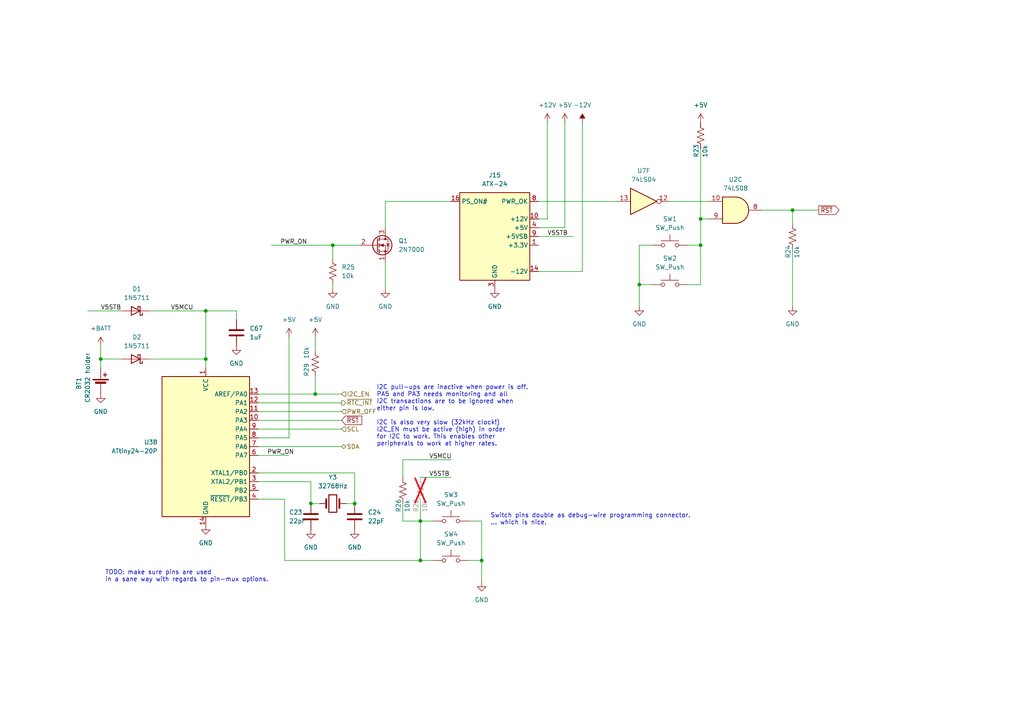
<source format=kicad_sch>
(kicad_sch (version 20230121) (generator eeschema)
  (paper "A4")
  (lib_symbols
    (symbol "74xx:74LS04"
      (property "Reference" "U" (at 0 1.27 0))
      (property "Value" "74LS04" (at 0 -1.27 0))
      (symbol "74LS04_1_0"
        (polyline (pts (xy -3.81 3.81) (xy -3.81 -3.81) (xy 3.81 0) (xy -3.81 3.81)) (stroke (width 0.254)) (fill (type background)))
        (pin input line (at -7.62 0 0) (length 3.81) (name "~") (number "1"))
        (pin output inverted (at 7.62 0 180) (length 3.81) (name "~") (number "2"))
      )
      (symbol "74LS04_2_0"
        (polyline (pts (xy -3.81 3.81) (xy -3.81 -3.81) (xy 3.81 0) (xy -3.81 3.81)) (stroke (width 0.254)) (fill (type background)))
        (pin input line (at -7.62 0 0) (length 3.81) (name "~") (number "3"))
        (pin output inverted (at 7.62 0 180) (length 3.81) (name "~") (number "4"))
      )
      (symbol "74LS04_3_0"
        (polyline (pts (xy -3.81 3.81) (xy -3.81 -3.81) (xy 3.81 0) (xy -3.81 3.81)) (stroke (width 0.254)) (fill (type background)))
        (pin input line (at -7.62 0 0) (length 3.81) (name "~") (number "5"))
        (pin output inverted (at 7.62 0 180) (length 3.81) (name "~") (number "6"))
      )
      (symbol "74LS04_4_0"
        (polyline (pts (xy -3.81 3.81) (xy -3.81 -3.81) (xy 3.81 0) (xy -3.81 3.81)) (stroke (width 0.254)) (fill (type background)))
        (pin output inverted (at 7.62 0 180) (length 3.81) (name "~") (number "8"))
        (pin input line (at -7.62 0 0) (length 3.81) (name "~") (number "9"))
      )
      (symbol "74LS04_5_0"
        (polyline (pts (xy -3.81 3.81) (xy -3.81 -3.81) (xy 3.81 0) (xy -3.81 3.81)) (stroke (width 0.254)) (fill (type background)))
        (pin output inverted (at 7.62 0 180) (length 3.81) (name "~") (number "10"))
        (pin input line (at -7.62 0 0) (length 3.81) (name "~") (number "11"))
      )
      (symbol "74LS04_6_0"
        (polyline (pts (xy -3.81 3.81) (xy -3.81 -3.81) (xy 3.81 0) (xy -3.81 3.81)) (stroke (width 0.254)) (fill (type background)))
        (pin output inverted (at 7.62 0 180) (length 3.81) (name "~") (number "12"))
        (pin input line (at -7.62 0 0) (length 3.81) (name "~") (number "13"))
      )
      (symbol "74LS04_7_0"
        (pin power_in line (at 0 12.7 270) (length 5.08) (name "VCC") (number "14"))
        (pin power_in line (at 0 -12.7 90) (length 5.08) (name "GND") (number "7"))
      )
      (symbol "74LS04_7_1"
        (rectangle (start -5.08 7.62) (end 5.08 -7.62) (stroke (width 0.254)) (fill (type background)))
      )
    )
    (symbol "74xx:74LS08" (pin_names (offset 1.016))
      (property "Reference" "U" (at 0 1.27 0))
      (property "Value" "74LS08" (at 0 -1.27 0))
      (symbol "74LS08_1_1"
        (arc (start 0 -3.81) (mid 3.7934 0) (end 0 3.81) (stroke (width 0.254)) (fill (type background)))
        (polyline (pts (xy 0 3.81) (xy -3.81 3.81) (xy -3.81 -3.81) (xy 0 -3.81)) (stroke (width 0.254)) (fill (type background)))
        (pin input line (at -7.62 2.54 0) (length 3.81) (name "~") (number "1"))
        (pin input line (at -7.62 -2.54 0) (length 3.81) (name "~") (number "2"))
        (pin output line (at 7.62 0 180) (length 3.81) (name "~") (number "3"))
      )
      (symbol "74LS08_1_2"
        (arc (start -3.81 -3.81) (mid -2.589 0) (end -3.81 3.81) (stroke (width 0.254)))
        (arc (start -0.6096 -3.81) (mid 2.1842 -2.5851) (end 3.81 0) (stroke (width 0.254)) (fill (type background)))
        (polyline (pts (xy -3.81 -3.81) (xy -0.635 -3.81)) (stroke (width 0.254)) (fill (type background)))
        (polyline (pts (xy -3.81 3.81) (xy -0.635 3.81)) (stroke (width 0.254)) (fill (type background)))
        (polyline (pts (xy -0.635 3.81) (xy -3.81 3.81) (xy -3.81 3.81) (xy -3.556 3.4036) (xy -3.0226 2.2606) (xy -2.6924 1.0414) (xy -2.6162 -0.254) (xy -2.7686 -1.4986) (xy -3.175 -2.7178) (xy -3.81 -3.81) (xy -3.81 -3.81) (xy -0.635 -3.81)) (stroke (width -25.4)) (fill (type background)))
        (arc (start 3.81 0) (mid 2.1915 2.5936) (end -0.6096 3.81) (stroke (width 0.254)) (fill (type background)))
        (pin input inverted (at -7.62 2.54 0) (length 4.318) (name "~") (number "1"))
        (pin input inverted (at -7.62 -2.54 0) (length 4.318) (name "~") (number "2"))
        (pin output inverted (at 7.62 0 180) (length 3.81) (name "~") (number "3"))
      )
      (symbol "74LS08_2_1"
        (arc (start 0 -3.81) (mid 3.7934 0) (end 0 3.81) (stroke (width 0.254)) (fill (type background)))
        (polyline (pts (xy 0 3.81) (xy -3.81 3.81) (xy -3.81 -3.81) (xy 0 -3.81)) (stroke (width 0.254)) (fill (type background)))
        (pin input line (at -7.62 2.54 0) (length 3.81) (name "~") (number "4"))
        (pin input line (at -7.62 -2.54 0) (length 3.81) (name "~") (number "5"))
        (pin output line (at 7.62 0 180) (length 3.81) (name "~") (number "6"))
      )
      (symbol "74LS08_2_2"
        (arc (start -3.81 -3.81) (mid -2.589 0) (end -3.81 3.81) (stroke (width 0.254)))
        (arc (start -0.6096 -3.81) (mid 2.1842 -2.5851) (end 3.81 0) (stroke (width 0.254)) (fill (type background)))
        (polyline (pts (xy -3.81 -3.81) (xy -0.635 -3.81)) (stroke (width 0.254)) (fill (type background)))
        (polyline (pts (xy -3.81 3.81) (xy -0.635 3.81)) (stroke (width 0.254)) (fill (type background)))
        (polyline (pts (xy -0.635 3.81) (xy -3.81 3.81) (xy -3.81 3.81) (xy -3.556 3.4036) (xy -3.0226 2.2606) (xy -2.6924 1.0414) (xy -2.6162 -0.254) (xy -2.7686 -1.4986) (xy -3.175 -2.7178) (xy -3.81 -3.81) (xy -3.81 -3.81) (xy -0.635 -3.81)) (stroke (width -25.4)) (fill (type background)))
        (arc (start 3.81 0) (mid 2.1915 2.5936) (end -0.6096 3.81) (stroke (width 0.254)) (fill (type background)))
        (pin input inverted (at -7.62 2.54 0) (length 4.318) (name "~") (number "4"))
        (pin input inverted (at -7.62 -2.54 0) (length 4.318) (name "~") (number "5"))
        (pin output inverted (at 7.62 0 180) (length 3.81) (name "~") (number "6"))
      )
      (symbol "74LS08_3_1"
        (arc (start 0 -3.81) (mid 3.7934 0) (end 0 3.81) (stroke (width 0.254)) (fill (type background)))
        (polyline (pts (xy 0 3.81) (xy -3.81 3.81) (xy -3.81 -3.81) (xy 0 -3.81)) (stroke (width 0.254)) (fill (type background)))
        (pin input line (at -7.62 -2.54 0) (length 3.81) (name "~") (number "10"))
        (pin output line (at 7.62 0 180) (length 3.81) (name "~") (number "8"))
        (pin input line (at -7.62 2.54 0) (length 3.81) (name "~") (number "9"))
      )
      (symbol "74LS08_3_2"
        (arc (start -3.81 -3.81) (mid -2.589 0) (end -3.81 3.81) (stroke (width 0.254)))
        (arc (start -0.6096 -3.81) (mid 2.1842 -2.5851) (end 3.81 0) (stroke (width 0.254)) (fill (type background)))
        (polyline (pts (xy -3.81 -3.81) (xy -0.635 -3.81)) (stroke (width 0.254)) (fill (type background)))
        (polyline (pts (xy -3.81 3.81) (xy -0.635 3.81)) (stroke (width 0.254)) (fill (type background)))
        (polyline (pts (xy -0.635 3.81) (xy -3.81 3.81) (xy -3.81 3.81) (xy -3.556 3.4036) (xy -3.0226 2.2606) (xy -2.6924 1.0414) (xy -2.6162 -0.254) (xy -2.7686 -1.4986) (xy -3.175 -2.7178) (xy -3.81 -3.81) (xy -3.81 -3.81) (xy -0.635 -3.81)) (stroke (width -25.4)) (fill (type background)))
        (arc (start 3.81 0) (mid 2.1915 2.5936) (end -0.6096 3.81) (stroke (width 0.254)) (fill (type background)))
        (pin input inverted (at -7.62 -2.54 0) (length 4.318) (name "~") (number "10"))
        (pin output inverted (at 7.62 0 180) (length 3.81) (name "~") (number "8"))
        (pin input inverted (at -7.62 2.54 0) (length 4.318) (name "~") (number "9"))
      )
      (symbol "74LS08_4_1"
        (arc (start 0 -3.81) (mid 3.7934 0) (end 0 3.81) (stroke (width 0.254)) (fill (type background)))
        (polyline (pts (xy 0 3.81) (xy -3.81 3.81) (xy -3.81 -3.81) (xy 0 -3.81)) (stroke (width 0.254)) (fill (type background)))
        (pin output line (at 7.62 0 180) (length 3.81) (name "~") (number "11"))
        (pin input line (at -7.62 2.54 0) (length 3.81) (name "~") (number "12"))
        (pin input line (at -7.62 -2.54 0) (length 3.81) (name "~") (number "13"))
      )
      (symbol "74LS08_4_2"
        (arc (start -3.81 -3.81) (mid -2.589 0) (end -3.81 3.81) (stroke (width 0.254)))
        (arc (start -0.6096 -3.81) (mid 2.1842 -2.5851) (end 3.81 0) (stroke (width 0.254)) (fill (type background)))
        (polyline (pts (xy -3.81 -3.81) (xy -0.635 -3.81)) (stroke (width 0.254)) (fill (type background)))
        (polyline (pts (xy -3.81 3.81) (xy -0.635 3.81)) (stroke (width 0.254)) (fill (type background)))
        (polyline (pts (xy -0.635 3.81) (xy -3.81 3.81) (xy -3.81 3.81) (xy -3.556 3.4036) (xy -3.0226 2.2606) (xy -2.6924 1.0414) (xy -2.6162 -0.254) (xy -2.7686 -1.4986) (xy -3.175 -2.7178) (xy -3.81 -3.81) (xy -3.81 -3.81) (xy -0.635 -3.81)) (stroke (width -25.4)) (fill (type background)))
        (arc (start 3.81 0) (mid 2.1915 2.5936) (end -0.6096 3.81) (stroke (width 0.254)) (fill (type background)))
        (pin output inverted (at 7.62 0 180) (length 3.81) (name "~") (number "11"))
        (pin input inverted (at -7.62 2.54 0) (length 4.318) (name "~") (number "12"))
        (pin input inverted (at -7.62 -2.54 0) (length 4.318) (name "~") (number "13"))
      )
      (symbol "74LS08_5_0"
        (pin power_in line (at 0 12.7 270) (length 5.08) (name "VCC") (number "14"))
        (pin power_in line (at 0 -12.7 90) (length 5.08) (name "GND") (number "7"))
      )
      (symbol "74LS08_5_1"
        (rectangle (start -5.08 7.62) (end 5.08 -7.62) (stroke (width 0.254)) (fill (type background)))
      )
    )
    (symbol "Connector:ATX-24"
      (property "Reference" "J" (at -8.89 13.97 0))
      (property "Value" "ATX-24" (at 6.35 13.97 0))
      (symbol "ATX-24_0_1"
        (rectangle (start -10.16 12.7) (end 10.16 -12.7) (stroke (width 0.254)) (fill (type background)))
      )
      (symbol "ATX-24_1_1"
        (pin power_out line (at 12.7 -2.54 180) (length 2.54) (name "+3.3V") (number "1"))
        (pin power_out line (at 12.7 5.08 180) (length 2.54) (name "+12V") (number "10"))
        (pin passive line (at 12.7 5.08 180) (length 2.54) hide (name "+12V") (number "11"))
        (pin passive line (at 12.7 -2.54 180) (length 2.54) hide (name "+3.3V") (number "12"))
        (pin passive line (at 12.7 -2.54 180) (length 2.54) hide (name "+3.3V") (number "13"))
        (pin power_out line (at 12.7 -10.16 180) (length 2.54) (name "-12V") (number "14"))
        (pin passive line (at 0 -15.24 90) (length 2.54) hide (name "GND") (number "15"))
        (pin open_collector line (at -12.7 10.16 0) (length 2.54) (name "PS_ON#") (number "16"))
        (pin passive line (at 0 -15.24 90) (length 2.54) hide (name "GND") (number "17"))
        (pin passive line (at 0 -15.24 90) (length 2.54) hide (name "GND") (number "18"))
        (pin passive line (at 0 -15.24 90) (length 2.54) hide (name "GND") (number "19"))
        (pin passive line (at 12.7 -2.54 180) (length 2.54) hide (name "+3.3V") (number "2"))
        (pin no_connect line (at -10.16 0 0) (length 2.54) hide (name "NC") (number "20"))
        (pin passive line (at 12.7 2.54 180) (length 2.54) hide (name "+5V") (number "21"))
        (pin passive line (at 12.7 2.54 180) (length 2.54) hide (name "+5V") (number "22"))
        (pin passive line (at 12.7 2.54 180) (length 2.54) hide (name "+5V") (number "23"))
        (pin passive line (at 0 -15.24 90) (length 2.54) hide (name "GND") (number "24"))
        (pin power_out line (at 0 -15.24 90) (length 2.54) (name "GND") (number "3"))
        (pin power_out line (at 12.7 2.54 180) (length 2.54) (name "+5V") (number "4"))
        (pin passive line (at 0 -15.24 90) (length 2.54) hide (name "GND") (number "5"))
        (pin passive line (at 12.7 2.54 180) (length 2.54) hide (name "+5V") (number "6"))
        (pin passive line (at 0 -15.24 90) (length 2.54) hide (name "GND") (number "7"))
        (pin output line (at 12.7 10.16 180) (length 2.54) (name "PWR_OK") (number "8"))
        (pin power_out line (at 12.7 0 180) (length 2.54) (name "+5VSB") (number "9"))
      )
    )
    (symbol "Device:Battery_Cell" (pin_numbers hide) (pin_names (offset 0) hide)
      (property "Reference" "BT" (at 2.54 2.54 0))
      (property "Value" "Battery_Cell" (at 2.54 0 0))
      (symbol "Battery_Cell_0_1"
        (rectangle (start -2.286 1.778) (end 2.286 1.524) (fill (type outline)))
        (rectangle (start -1.524 1.016) (end 1.524 0.508) (fill (type outline)))
        (polyline (pts (xy 0 0.762) (xy 0 0)))
        (polyline (pts (xy 0 1.778) (xy 0 2.54)))
        (polyline (pts (xy 0.762 3.048) (xy 1.778 3.048)) (stroke (width 0.254)))
        (polyline (pts (xy 1.27 3.556) (xy 1.27 2.54)) (stroke (width 0.254)))
      )
      (symbol "Battery_Cell_1_1"
        (pin passive line (at 0 5.08 270) (length 2.54) (name "+") (number "1"))
        (pin passive line (at 0 -2.54 90) (length 2.54) (name "-") (number "2"))
      )
    )
    (symbol "Device:C" (pin_numbers hide) (pin_names (offset 0.254))
      (property "Reference" "C" (at 0.635 2.54 0))
      (property "Value" "C" (at 0.635 -2.54 0))
      (symbol "C_0_1"
        (polyline (pts (xy -2.032 -0.762) (xy 2.032 -0.762)) (stroke (width 0.508)))
        (polyline (pts (xy -2.032 0.762) (xy 2.032 0.762)) (stroke (width 0.508)))
      )
      (symbol "C_1_1"
        (pin passive line (at 0 3.81 270) (length 2.794) (name "~") (number "1"))
        (pin passive line (at 0 -3.81 90) (length 2.794) (name "~") (number "2"))
      )
    )
    (symbol "Device:Crystal" (pin_numbers hide) (pin_names (offset 1.016) hide)
      (property "Reference" "Y" (at 0 3.81 0))
      (property "Value" "Crystal" (at 0 -3.81 0))
      (symbol "Crystal_0_1"
        (rectangle (start -1.143 2.54) (end 1.143 -2.54) (stroke (width 0.3048)))
        (polyline (pts (xy -2.54 0) (xy -1.905 0)))
        (polyline (pts (xy -1.905 -1.27) (xy -1.905 1.27)) (stroke (width 0.508)))
        (polyline (pts (xy 1.905 -1.27) (xy 1.905 1.27)) (stroke (width 0.508)))
        (polyline (pts (xy 2.54 0) (xy 1.905 0)))
      )
      (symbol "Crystal_1_1"
        (pin passive line (at -3.81 0 0) (length 1.27) (name "1") (number "1"))
        (pin passive line (at 3.81 0 180) (length 1.27) (name "2") (number "2"))
      )
    )
    (symbol "Device:R_US" (pin_numbers hide) (pin_names (offset 0))
      (property "Reference" "R" (at 2.54 0 90))
      (property "Value" "R_US" (at -2.54 0 90))
      (symbol "R_US_0_1"
        (polyline (pts (xy 0 -2.286) (xy 0 -2.54)))
        (polyline (pts (xy 0 2.286) (xy 0 2.54)))
        (polyline (pts (xy 0 -0.762) (xy 1.016 -1.143) (xy 0 -1.524) (xy -1.016 -1.905) (xy 0 -2.286)))
        (polyline (pts (xy 0 0.762) (xy 1.016 0.381) (xy 0 0) (xy -1.016 -0.381) (xy 0 -0.762)))
        (polyline (pts (xy 0 2.286) (xy 1.016 1.905) (xy 0 1.524) (xy -1.016 1.143) (xy 0 0.762)))
      )
      (symbol "R_US_1_1"
        (pin passive line (at 0 3.81 270) (length 1.27) (name "~") (number "1"))
        (pin passive line (at 0 -3.81 90) (length 1.27) (name "~") (number "2"))
      )
    )
    (symbol "Diode:1N5711" (pin_numbers hide) (pin_names (offset 1.016) hide)
      (property "Reference" "D" (at 0 2.54 0))
      (property "Value" "1N5711" (at 0 -2.54 0))
      (symbol "1N5711_0_1"
        (polyline (pts (xy 1.27 0) (xy -1.27 0)))
        (polyline (pts (xy 1.27 1.27) (xy 1.27 -1.27) (xy -1.27 0) (xy 1.27 1.27)) (stroke (width 0.254)))
        (polyline (pts (xy -1.905 0.635) (xy -1.905 1.27) (xy -1.27 1.27) (xy -1.27 -1.27) (xy -0.635 -1.27) (xy -0.635 -0.635)) (stroke (width 0.254)))
      )
      (symbol "1N5711_1_1"
        (pin passive line (at -3.81 0 0) (length 2.54) (name "K") (number "1"))
        (pin passive line (at 3.81 0 180) (length 2.54) (name "A") (number "2"))
      )
    )
    (symbol "MCU_Microchip_ATtiny:ATtiny24-20P"
      (property "Reference" "U" (at -12.7 21.59 0))
      (property "Value" "ATtiny24-20P" (at 2.54 -21.59 0))
      (symbol "ATtiny24-20P_0_1"
        (rectangle (start -12.7 -20.32) (end 12.7 20.32) (stroke (width 0.254)) (fill (type background)))
      )
      (symbol "ATtiny24-20P_1_1"
        (pin power_in line (at 0 22.86 270) (length 2.54) (name "VCC") (number "1"))
        (pin bidirectional line (at 15.24 7.62 180) (length 2.54) (name "PA3") (number "10"))
        (pin bidirectional line (at 15.24 10.16 180) (length 2.54) (name "PA2") (number "11"))
        (pin bidirectional line (at 15.24 12.7 180) (length 2.54) (name "PA1") (number "12"))
        (pin bidirectional line (at 15.24 15.24 180) (length 2.54) (name "AREF/PA0") (number "13"))
        (pin power_in line (at 0 -22.86 90) (length 2.54) (name "GND") (number "14"))
        (pin bidirectional line (at 15.24 -7.62 180) (length 2.54) (name "XTAL1/PB0") (number "2"))
        (pin bidirectional line (at 15.24 -10.16 180) (length 2.54) (name "XTAL2/PB1") (number "3"))
        (pin bidirectional line (at 15.24 -15.24 180) (length 2.54) (name "~{RESET}/PB3") (number "4"))
        (pin bidirectional line (at 15.24 -12.7 180) (length 2.54) (name "PB2") (number "5"))
        (pin bidirectional line (at 15.24 -2.54 180) (length 2.54) (name "PA7") (number "6"))
        (pin bidirectional line (at 15.24 0 180) (length 2.54) (name "PA6") (number "7"))
        (pin bidirectional line (at 15.24 2.54 180) (length 2.54) (name "PA5") (number "8"))
        (pin bidirectional line (at 15.24 5.08 180) (length 2.54) (name "PA4") (number "9"))
      )
    )
    (symbol "Switch:SW_Push" (pin_numbers hide) (pin_names (offset 1.016) hide)
      (property "Reference" "SW" (at 1.27 2.54 0))
      (property "Value" "SW_Push" (at 0 -1.524 0))
      (symbol "SW_Push_0_1"
        (circle (center -2.032 0) (radius 0.508))
        (polyline (pts (xy 0 1.27) (xy 0 3.048)))
        (polyline (pts (xy 2.54 1.27) (xy -2.54 1.27)))
        (circle (center 2.032 0) (radius 0.508))
        (pin passive line (at -5.08 0 0) (length 2.54) (name "1") (number "1"))
        (pin passive line (at 5.08 0 180) (length 2.54) (name "2") (number "2"))
      )
    )
    (symbol "Transistor_FET:2N7000" (pin_names hide)
      (property "Reference" "Q" (at 5.08 1.905 0))
      (property "Value" "2N7000" (at 5.08 0 0))
      (symbol "2N7000_0_1"
        (polyline (pts (xy 0.254 0) (xy -2.54 0)))
        (polyline (pts (xy 0.254 1.905) (xy 0.254 -1.905)) (stroke (width 0.254)))
        (polyline (pts (xy 0.762 -1.27) (xy 0.762 -2.286)) (stroke (width 0.254)))
        (polyline (pts (xy 0.762 0.508) (xy 0.762 -0.508)) (stroke (width 0.254)))
        (polyline (pts (xy 0.762 2.286) (xy 0.762 1.27)) (stroke (width 0.254)))
        (polyline (pts (xy 2.54 2.54) (xy 2.54 1.778)))
        (polyline (pts (xy 2.54 -2.54) (xy 2.54 0) (xy 0.762 0)))
        (polyline (pts (xy 0.762 -1.778) (xy 3.302 -1.778) (xy 3.302 1.778) (xy 0.762 1.778)))
        (polyline (pts (xy 1.016 0) (xy 2.032 0.381) (xy 2.032 -0.381) (xy 1.016 0)) (fill (type outline)))
        (polyline (pts (xy 2.794 0.508) (xy 2.921 0.381) (xy 3.683 0.381) (xy 3.81 0.254)))
        (polyline (pts (xy 3.302 0.381) (xy 2.921 -0.254) (xy 3.683 -0.254) (xy 3.302 0.381)))
        (circle (center 1.651 0) (radius 2.794) (stroke (width 0.254)))
        (circle (center 2.54 -1.778) (radius 0.254) (fill (type outline)))
        (circle (center 2.54 1.778) (radius 0.254) (fill (type outline)))
      )
      (symbol "2N7000_1_1"
        (pin passive line (at 2.54 -5.08 90) (length 2.54) (name "S") (number "1"))
        (pin input line (at -5.08 0 0) (length 2.54) (name "G") (number "2"))
        (pin passive line (at 2.54 5.08 270) (length 2.54) (name "D") (number "3"))
      )
    )
    (symbol "power:+12V" (power) (pin_names (offset 0))
      (property "Value" "+12V" (at 0 3.556 0))
      (symbol "+12V_0_1"
        (polyline (pts (xy -0.762 1.27) (xy 0 2.54)))
        (polyline (pts (xy 0 0) (xy 0 2.54)))
        (polyline (pts (xy 0 2.54) (xy 0.762 1.27)))
      )
      (symbol "+12V_1_1"
        (pin power_in line (at 0 0 90) (length 0) hide (name "+12V") (number "1"))
      )
    )
    (symbol "power:+5V" (power) (pin_names (offset 0))
      (property "Value" "+5V" (at 0 3.556 0))
      (symbol "+5V_0_1"
        (polyline (pts (xy -0.762 1.27) (xy 0 2.54)))
        (polyline (pts (xy 0 0) (xy 0 2.54)))
        (polyline (pts (xy 0 2.54) (xy 0.762 1.27)))
      )
      (symbol "+5V_1_1"
        (pin power_in line (at 0 0 90) (length 0) hide (name "+5V") (number "1"))
      )
    )
    (symbol "power:+BATT" (power) (pin_names (offset 0))
      (property "Value" "+BATT" (at 0 3.556 0))
      (symbol "+BATT_0_1"
        (polyline (pts (xy -0.762 1.27) (xy 0 2.54)))
        (polyline (pts (xy 0 0) (xy 0 2.54)))
        (polyline (pts (xy 0 2.54) (xy 0.762 1.27)))
      )
      (symbol "+BATT_1_1"
        (pin power_in line (at 0 0 90) (length 0) hide (name "+BATT") (number "1"))
      )
    )
    (symbol "power:-12V" (power) (pin_names (offset 0))
      (property "Value" "-12V" (at 0 3.81 0))
      (symbol "-12V_0_0"
        (pin power_in line (at 0 0 90) (length 0) hide (name "-12V") (number "1"))
      )
      (symbol "-12V_0_1"
        (polyline (pts (xy 0 0) (xy 0 1.27) (xy 0.762 1.27) (xy 0 2.54) (xy -0.762 1.27) (xy 0 1.27)) (fill (type outline)))
      )
    )
    (symbol "power:GND" (power) (pin_names (offset 0))
      (property "Value" "GND" (at 0 -3.81 0))
      (symbol "GND_0_1"
        (polyline (pts (xy 0 0) (xy 0 -1.27) (xy 1.27 -1.27) (xy 0 -2.54) (xy -1.27 -1.27) (xy 0 -1.27)))
      )
      (symbol "GND_1_1"
        (pin power_in line (at 0 0 270) (length 0) hide (name "GND") (number "1"))
      )
    )
  )
  (junction (at 121.92 151.13))
  (junction (at 121.92 162.56))
  (junction (at 102.87 146.05))
  (junction (at 59.69 90.17))
  (junction (at 203.2 63.5))
  (junction (at 91.44 114.3))
  (junction (at 90.17 146.05))
  (junction (at 185.42 82.55))
  (junction (at 203.2 71.12))
  (junction (at 29.21 104.14))
  (junction (at 229.87 60.96))
  (junction (at 96.52 71.12))
  (junction (at 139.7 162.56))
  (junction (at 59.69 104.14))
  (wire (pts (xy 29.21 104.14) (xy 35.56 104.14)))
  (wire (pts (xy 59.69 90.17) (xy 59.69 104.14)))
  (wire (pts (xy 29.21 100.33) (xy 29.21 104.14)))
  (wire (pts (xy 139.7 162.56) (xy 139.7 168.91)))
  (wire (pts (xy 116.84 138.43) (xy 116.84 133.35)))
  (wire (pts (xy 203.2 71.12) (xy 203.2 82.55)))
  (wire (pts (xy 185.42 71.12) (xy 185.42 82.55)))
  (wire (pts (xy 96.52 71.12) (xy 104.14 71.12)))
  (wire (pts (xy 59.69 104.14) (xy 59.69 106.68)))
  (wire (pts (xy 25.4 90.17) (xy 35.56 90.17)))
  (wire (pts (xy 74.93 137.16) (xy 102.87 137.16)))
  (wire (pts (xy 91.44 97.79) (xy 91.44 101.6)))
  (wire (pts (xy 82.55 144.78) (xy 82.55 162.56)))
  (wire (pts (xy 185.42 82.55) (xy 189.23 82.55)))
  (wire (pts (xy 121.92 151.13) (xy 121.92 162.56)))
  (wire (pts (xy 121.92 138.43) (xy 130.81 138.43)))
  (wire (pts (xy 102.87 137.16) (xy 102.87 146.05)))
  (wire (pts (xy 92.71 146.05) (xy 90.17 146.05)))
  (wire (pts (xy 82.55 162.56) (xy 121.92 162.56)))
  (wire (pts (xy 68.58 92.71) (xy 68.58 90.17)))
  (wire (pts (xy 74.93 114.3) (xy 91.44 114.3)))
  (wire (pts (xy 68.58 90.17) (xy 59.69 90.17)))
  (wire (pts (xy 203.2 43.18) (xy 203.2 63.5)))
  (wire (pts (xy 111.76 76.2) (xy 111.76 83.82)))
  (wire (pts (xy 102.87 146.05) (xy 100.33 146.05)))
  (wire (pts (xy 74.93 124.46) (xy 99.06 124.46)))
  (wire (pts (xy 91.44 114.3) (xy 99.06 114.3)))
  (wire (pts (xy 74.93 119.38) (xy 99.06 119.38)))
  (wire (pts (xy 116.84 133.35) (xy 130.81 133.35)))
  (wire (pts (xy 130.81 58.42) (xy 111.76 58.42)))
  (wire (pts (xy 220.98 60.96) (xy 229.87 60.96)))
  (wire (pts (xy 74.93 129.54) (xy 99.06 129.54)))
  (wire (pts (xy 163.83 35.56) (xy 163.83 66.04)))
  (wire (pts (xy 229.87 60.96) (xy 237.49 60.96)))
  (wire (pts (xy 229.87 60.96) (xy 229.87 64.77)))
  (wire (pts (xy 83.82 97.79) (xy 83.82 127)))
  (wire (pts (xy 139.7 162.56) (xy 135.89 162.56)))
  (wire (pts (xy 82.55 144.78) (xy 74.93 144.78)))
  (wire (pts (xy 203.2 63.5) (xy 203.2 71.12)))
  (wire (pts (xy 74.93 132.08) (xy 83.82 132.08)))
  (wire (pts (xy 194.31 58.42) (xy 205.74 58.42)))
  (wire (pts (xy 199.39 82.55) (xy 203.2 82.55)))
  (wire (pts (xy 78.74 71.12) (xy 96.52 71.12)))
  (wire (pts (xy 74.93 127) (xy 83.82 127)))
  (wire (pts (xy 121.92 146.05) (xy 121.92 151.13)))
  (wire (pts (xy 168.91 35.56) (xy 168.91 78.74)))
  (wire (pts (xy 90.17 139.7) (xy 74.93 139.7)))
  (wire (pts (xy 185.42 82.55) (xy 185.42 88.9)))
  (wire (pts (xy 125.73 151.13) (xy 121.92 151.13)))
  (wire (pts (xy 158.75 35.56) (xy 158.75 63.5)))
  (wire (pts (xy 74.93 121.92) (xy 99.06 121.92)))
  (wire (pts (xy 229.87 72.39) (xy 229.87 88.9)))
  (wire (pts (xy 29.21 104.14) (xy 29.21 106.68)))
  (wire (pts (xy 156.21 58.42) (xy 179.07 58.42)))
  (wire (pts (xy 96.52 71.12) (xy 96.52 74.93)))
  (wire (pts (xy 139.7 151.13) (xy 139.7 162.56)))
  (wire (pts (xy 96.52 82.55) (xy 96.52 83.82)))
  (wire (pts (xy 74.93 116.84) (xy 99.06 116.84)))
  (wire (pts (xy 91.44 109.22) (xy 91.44 114.3)))
  (wire (pts (xy 116.84 151.13) (xy 121.92 151.13)))
  (wire (pts (xy 135.89 151.13) (xy 139.7 151.13)))
  (wire (pts (xy 156.21 78.74) (xy 168.91 78.74)))
  (wire (pts (xy 125.73 162.56) (xy 121.92 162.56)))
  (wire (pts (xy 90.17 146.05) (xy 90.17 139.7)))
  (wire (pts (xy 158.75 63.5) (xy 156.21 63.5)))
  (wire (pts (xy 189.23 71.12) (xy 185.42 71.12)))
  (wire (pts (xy 156.21 68.58) (xy 166.37 68.58)))
  (wire (pts (xy 43.18 90.17) (xy 59.69 90.17)))
  (wire (pts (xy 156.21 66.04) (xy 163.83 66.04)))
  (wire (pts (xy 43.18 104.14) (xy 59.69 104.14)))
  (wire (pts (xy 203.2 63.5) (xy 205.74 63.5)))
  (wire (pts (xy 116.84 146.05) (xy 116.84 151.13)))
  (wire (pts (xy 111.76 58.42) (xy 111.76 66.04)))
  (wire (pts (xy 199.39 71.12) (xy 203.2 71.12)))
  (text "Switch pins double as debug-wire programming connector.\n... which is nice." (at 142.24 152.4 0) (effects (font (size 1.27 1.27)) (justify left bottom)))
  (text "TODO: make sure pins are used\nin a sane way with regards to pin-mux options." (at 30.48 168.91 0) (effects (font (size 1.27 1.27)) (justify left bottom)))
  (text "I2C pull-ups are inactive when power is off.\nPA5 and PA3 needs monitoring and all \nI2C transactions are to be ignored when\neither pin is low.\n\nI2C is also very slow (32kHz clock!)\nI2C_EN must be active (high) in order\nfor I2C to work. This enables other\nperipherals to work at higher rates." (at 109.22 129.54 0) (effects (font (size 1.27 1.27)) (justify left bottom)))
  (label "V5STB" (at 124.46 138.43 0))
  (label "PWR_ON" (at 77.47 132.08 0))
  (label "V5MCU" (at 124.46 133.35 0))
  (label "V5MCU" (at 49.53 90.17 0))
  (label "V5STB" (at 158.75 68.58 0))
  (label "PWR_ON" (at 81.28 71.12 0))
  (label "V5STB" (at 29.21 90.17 0))
  (global_label "~{RST}" (shape output) (at 237.49 60.96 0) (property "Intersheetrefs" "${INTERSHEET_REFS}" (effects hide)))
  (global_label "~{RST}" (shape input) (at 99.06 121.92 0) (property "Intersheetrefs" "${INTERSHEET_REFS}" (effects hide)))
  (hierarchical_label "~{RTC_INT}" (shape output) (at 99.06 116.84 0))
  (hierarchical_label "PWR_OFF" (shape input) (at 99.06 119.38 0))
  (hierarchical_label "SCL" (shape input) (at 99.06 124.46 0))
  (hierarchical_label "SDA" (shape bidirectional) (at 99.06 129.54 0))
  (hierarchical_label "I2C_EN" (shape input) (at 99.06 114.3 0))
  (symbol (lib_id "power:GND") (at 139.7 168.91 0) (mirror y) (unit 1)
    (property "Reference" "#PWR0169" (effects hide))
    (property "Value" "GND" (at 139.7 173.99 0))
  )
  (symbol (lib_id "Switch:SW_Push") (at 130.81 151.13 0) (mirror y) (unit 1)
    (property "Reference" "SW3" (at 130.81 143.51 0))
    (property "Value" "SW_Push" (at 130.81 146.05 0))
    (property "Footprint" "Connector_PinHeader_2.54mm:PinHeader_1x02_P2.54mm_Vertical" (effects hide))
  )
  (symbol (lib_id "Device:C") (at 68.58 96.52 0) (unit 1)
    (property "Reference" "C67" (at 72.39 95.25 0) (effects (justify left)))
    (property "Value" "1uF" (at 72.39 97.79 0) (effects (justify left)))
    (property "Footprint" "Capacitor_THT:C_Disc_D4.7mm_W2.5mm_P5.00mm" (effects hide))
    (property "mpf#" "FG28X5R1H105KRT06" (effects hide))
  )
  (symbol (lib_id "power:GND") (at 102.87 153.67 0) (unit 1)
    (property "Reference" "#PWR0171" (effects hide))
    (property "Value" "GND" (at 102.87 158.75 0))
  )
  (symbol (lib_id "Device:Battery_Cell") (at 29.21 111.76 0) (unit 1)
    (property "Reference" "BT1" (at 22.86 113.03 90) (effects (justify left)))
    (property "Value" "CR2032 holder" (at 25.4 116.84 90) (effects (justify left)))
    (property "Footprint" "Battery:BatteryHolder_Keystone_103_1x20mm" (effects hide))
  )
  (symbol (lib_id "power:+5V") (at 83.82 97.79 0) (unit 1)
    (property "Reference" "#PWR0172" (effects hide))
    (property "Value" "+5V" (at 83.82 92.71 0))
  )
  (symbol (lib_id "Device:R_US") (at 91.44 105.41 0) (unit 1)
    (property "Reference" "R29" (at 88.9 109.22 90) (effects (justify left)))
    (property "Value" "10k" (at 88.9 104.14 90) (effects (justify left)))
    (property "Footprint" "Resistor_THT:R_Axial_DIN0204_L3.6mm_D1.6mm_P5.08mm_Horizontal" (effects hide))
  )
  (symbol (lib_id "power:+5V") (at 163.83 35.56 0) (unit 1)
    (property "Reference" "#PWR0154" (effects hide))
    (property "Value" "+5V" (at 163.83 30.48 0))
  )
  (symbol (lib_id "power:GND") (at 68.58 100.33 0) (unit 1)
    (property "Reference" "#PWR0262" (effects hide))
    (property "Value" "GND" (at 68.58 105.41 0))
  )
  (symbol (lib_id "power:GND") (at 29.21 114.3 0) (unit 1)
    (property "Reference" "#PWR0175" (effects hide))
    (property "Value" "GND" (at 29.21 119.38 0))
  )
  (symbol (lib_id "Device:R_US") (at 116.84 142.24 0) (unit 1)
    (property "Reference" "R26" (at 115.57 148.59 90) (effects (justify left)))
    (property "Value" "10k" (at 118.11 148.59 90) (effects (justify left)))
    (property "Footprint" "Resistor_THT:R_Axial_DIN0204_L3.6mm_D1.6mm_P5.08mm_Horizontal" (effects hide))
  )
  (symbol (lib_id "power:+5V") (at 203.2 35.56 0) (unit 1)
    (property "Reference" "#PWR0147" (effects hide))
    (property "Value" "+5V" (at 203.2 30.48 0))
  )
  (symbol (lib_id "power:+5V") (at 91.44 97.79 0) (unit 1)
    (property "Reference" "#PWR0176" (effects hide))
    (property "Value" "+5V" (at 91.44 92.71 0))
  )
  (symbol (lib_id "Connector:ATX-24") (at 143.51 68.58 0) (unit 1)
    (property "Reference" "J15" (at 143.51 50.8 0))
    (property "Value" "ATX-24" (at 143.51 53.34 0))
    (property "Footprint" "anachron:TE_1-1775099-3" (effects hide))
    (property "Datasheet" "https://www.intel.com/content/dam/www/public/us/en/documents/guides/power-supply-design-guide-june.pdf#page=33" (effects hide))
  )
  (symbol (lib_id "Diode:1N5711") (at 39.37 104.14 180) (unit 1)
    (property "Reference" "D2" (at 39.6875 97.79 0))
    (property "Value" "1N5711" (at 39.6875 100.33 0))
    (property "Footprint" "Diode_THT:D_DO-35_SOD27_P7.62mm_Horizontal" (effects hide))
    (property "Datasheet" "https://www.microsemi.com/document-portal/doc_download/8865-lds-0040-datasheet" (effects hide))
  )
  (symbol (lib_id "Device:R_US") (at 203.2 39.37 0) (unit 1)
    (property "Reference" "R23" (at 201.93 45.72 90) (effects (justify left)))
    (property "Value" "10k" (at 204.47 45.72 90) (effects (justify left)))
    (property "Footprint" "Resistor_THT:R_Axial_DIN0204_L3.6mm_D1.6mm_P5.08mm_Horizontal" (effects hide))
  )
  (symbol (lib_id "power:+BATT") (at 29.21 100.33 0) (unit 1)
    (property "Reference" "#PWR0166" (effects hide))
    (property "Value" "+BATT" (at 29.21 95.25 0))
  )
  (symbol (lib_id "Switch:SW_Push") (at 194.31 71.12 0) (unit 1)
    (property "Reference" "SW1" (at 194.31 63.5 0))
    (property "Value" "SW_Push" (at 194.31 66.04 0))
    (property "Footprint" "Connector_PinHeader_2.54mm:PinHeader_1x02_P2.54mm_Vertical" (effects hide))
  )
  (symbol (lib_id "Device:C") (at 90.17 149.86 0) (unit 1)
    (property "Reference" "C23" (at 83.82 148.59 0) (effects (justify left)))
    (property "Value" "22pF" (at 83.82 151.13 0) (effects (justify left)))
    (property "Footprint" "Capacitor_THT:C_Disc_D3.4mm_W2.1mm_P2.50mm" (effects hide))
  )
  (symbol (lib_id "Device:Crystal") (at 96.52 146.05 0) (mirror y) (unit 1)
    (property "Reference" "Y3" (at 96.52 138.43 0))
    (property "Value" "32768Hz" (at 96.52 140.97 0))
    (property "Footprint" "Crystal:Crystal_AT310_D3.0mm_L10.0mm_Horizontal_1EP_style2" (effects hide))
  )
  (symbol (lib_id "power:GND") (at 90.17 153.67 0) (unit 1)
    (property "Reference" "#PWR0170" (effects hide))
    (property "Value" "GND" (at 90.17 158.75 0))
  )
  (symbol (lib_id "Diode:1N5711") (at 39.37 90.17 180) (unit 1)
    (property "Reference" "D1" (at 39.6875 83.82 0))
    (property "Value" "1N5711" (at 39.6875 86.36 0))
    (property "Footprint" "Diode_THT:D_DO-35_SOD27_P7.62mm_Horizontal" (effects hide))
    (property "Datasheet" "https://www.microsemi.com/document-portal/doc_download/8865-lds-0040-datasheet" (effects hide))
  )
  (symbol (lib_id "Device:R_US") (at 121.92 142.24 0) (unit 1) (dnp yes)
    (property "Reference" "R22" (at 120.65 148.59 90) (effects (justify left)))
    (property "Value" "10k" (at 123.19 148.59 90) (effects (justify left)))
    (property "Footprint" "Resistor_THT:R_Axial_DIN0204_L3.6mm_D1.6mm_P5.08mm_Horizontal" (effects hide))
  )
  (symbol (lib_id "power:-12V") (at 168.91 35.56 0) (unit 1)
    (property "Reference" "#PWR0156" (effects hide))
    (property "Value" "-12V" (at 168.91 30.48 0))
  )
  (symbol (lib_id "Device:R_US") (at 96.52 78.74 0) (unit 1)
    (property "Reference" "R25" (at 99.06 77.47 0) (effects (justify left)))
    (property "Value" "10k" (at 99.06 80.01 0) (effects (justify left)))
    (property "Footprint" "Resistor_THT:R_Axial_DIN0204_L3.6mm_D1.6mm_P5.08mm_Horizontal" (effects hide))
  )
  (symbol (lib_id "74xx:74LS08") (at 213.36 60.96 0) (mirror x) (unit 3)
    (property "Reference" "U2" (at 213.3517 52.07 0))
    (property "Value" "74LS08" (at 213.3517 54.61 0))
    (property "Footprint" "Package_DIP:DIP-14_W7.62mm_LongPads" (effects hide))
    (property "Datasheet" "http://www.ti.com/lit/gpn/sn74LS08" (effects hide))
  )
  (symbol (lib_id "power:GND") (at 96.52 83.82 0) (unit 1)
    (property "Reference" "#PWR0165" (effects hide))
    (property "Value" "GND" (at 96.52 88.9 0))
  )
  (symbol (lib_id "Switch:SW_Push") (at 194.31 82.55 0) (unit 1)
    (property "Reference" "SW2" (at 194.31 74.93 0))
    (property "Value" "SW_Push" (at 194.31 77.47 0))
    (property "Footprint" "Button_Switch_THT:SW_PUSH_6mm" (effects hide))
  )
  (symbol (lib_id "power:GND") (at 111.76 83.82 0) (unit 1)
    (property "Reference" "#PWR0164" (effects hide))
    (property "Value" "GND" (at 111.76 88.9 0))
  )
  (symbol (lib_id "MCU_Microchip_ATtiny:ATtiny24-20P") (at 59.69 129.54 0) (unit 1)
    (property "Reference" "U38" (at 45.72 128.27 0) (effects (justify right)))
    (property "Value" "ATtiny24-20P" (at 45.72 130.81 0) (effects (justify right)))
    (property "Footprint" "Package_DIP:DIP-14_W7.62mm" (effects hide))
    (property "Datasheet" "http://ww1.microchip.com/downloads/en/DeviceDoc/doc8006.pdf" (effects hide))
  )
  (symbol (lib_id "power:GND") (at 229.87 88.9 0) (unit 1)
    (property "Reference" "#PWR0148" (effects hide))
    (property "Value" "GND" (at 229.87 93.98 0))
  )
  (symbol (lib_id "Switch:SW_Push") (at 130.81 162.56 0) (mirror y) (unit 1)
    (property "Reference" "SW4" (at 130.81 154.94 0))
    (property "Value" "SW_Push" (at 130.81 157.48 0))
    (property "Footprint" "Button_Switch_THT:SW_PUSH_6mm" (effects hide))
  )
  (symbol (lib_id "74xx:74LS04") (at 186.69 58.42 0) (unit 6)
    (property "Reference" "U7" (at 186.69 49.53 0))
    (property "Value" "74LS04" (at 186.69 52.07 0))
    (property "Footprint" "Package_DIP:DIP-14_W7.62mm_LongPads" (effects hide))
    (property "Datasheet" "http://www.ti.com/lit/gpn/sn74LS04" (effects hide))
  )
  (symbol (lib_id "Transistor_FET:2N7000") (at 109.22 71.12 0) (unit 1)
    (property "Reference" "Q1" (at 115.57 69.85 0) (effects (justify left)))
    (property "Value" "2N7000" (at 115.57 72.39 0) (effects (justify left)))
    (property "Footprint" "Package_TO_SOT_THT:TO-92_Inline" (effects hide))
    (property "Datasheet" "https://www.vishay.com/docs/70226/70226.pdf" (effects hide))
  )
  (symbol (lib_id "Device:R_US") (at 229.87 68.58 0) (unit 1)
    (property "Reference" "R24" (at 228.6 74.93 90) (effects (justify left)))
    (property "Value" "10k" (at 231.14 74.93 90) (effects (justify left)))
    (property "Footprint" "Resistor_THT:R_Axial_DIN0204_L3.6mm_D1.6mm_P5.08mm_Horizontal" (effects hide))
  )
  (symbol (lib_id "power:+12V") (at 158.75 35.56 0) (unit 1)
    (property "Reference" "#PWR0155" (effects hide))
    (property "Value" "+12V" (at 158.75 30.48 0))
  )
  (symbol (lib_id "power:GND") (at 185.42 88.9 0) (unit 1)
    (property "Reference" "#PWR0167" (effects hide))
    (property "Value" "GND" (at 185.42 93.98 0))
  )
  (symbol (lib_id "power:GND") (at 59.69 152.4 0) (unit 1)
    (property "Reference" "#PWR0168" (effects hide))
    (property "Value" "GND" (at 59.69 157.48 0))
  )
  (symbol (lib_id "Device:C") (at 102.87 149.86 0) (unit 1)
    (property "Reference" "C24" (at 106.68 148.59 0) (effects (justify left)))
    (property "Value" "22pF" (at 106.68 151.13 0) (effects (justify left)))
    (property "Footprint" "Capacitor_THT:C_Disc_D3.4mm_W2.1mm_P2.50mm" (effects hide))
  )
  (symbol (lib_id "power:GND") (at 143.51 83.82 0) (unit 1)
    (property "Reference" "#PWR0157" (effects hide))
    (property "Value" "GND" (at 143.51 88.9 0))
  )
)
</source>
